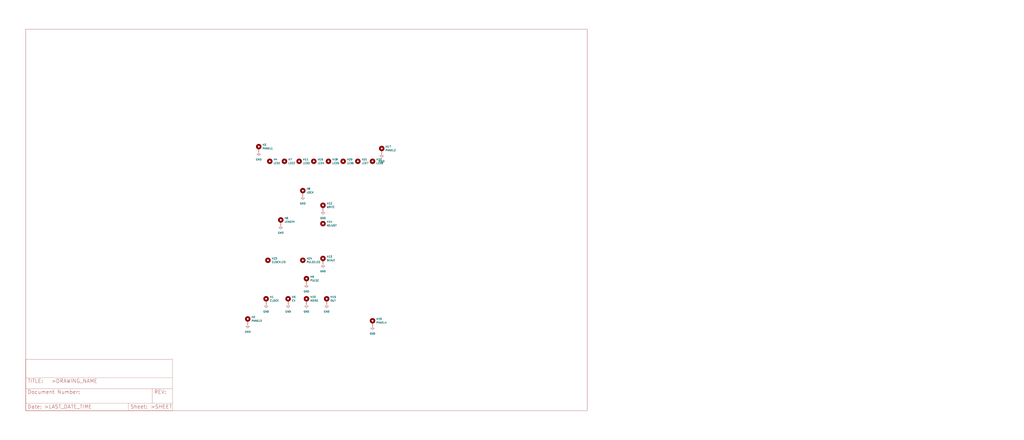
<source format=kicad_sch>
(kicad_sch (version 20211123) (generator eeschema)
  (paper "User" 708.66 304.8)
  (lib_symbols
    (symbol "Mechanical:MountingHole" (pin_names (offset 1.016))
      (property "Reference" "H" (at 0 5.08 0))
      (property "Value" "MountingHole" (at 0 3.175 0))
      (symbol "MountingHole_0_1"
        (circle (center 0 0) (radius 1.27) (stroke (width 1.27)))
      )
    )
    (symbol "Mechanical:MountingHole_Pad" (pin_numbers hide) (pin_names (offset 1.016) hide)
      (property "Reference" "H" (at 0 6.35 0))
      (property "Value" "MountingHole_Pad" (at 0 4.445 0))
      (symbol "MountingHole_Pad_0_1"
        (circle (center 0 1.27) (radius 1.27) (stroke (width 1.27)))
      )
      (symbol "MountingHole_Pad_1_1"
        (pin input line (at 0 -2.54 90) (length 2.54) (name "1") (number "1"))
      )
    )
    (symbol "TuringFront-eagle-import:DINA3_L"
      (symbol "DINA3_L_0_0"
        (polyline (pts (xy 0 0) (xy 388.62 0) (xy 388.62 264.16) (xy 0 264.16) (xy 0 0)))
      )
      (symbol "DINA3_L_2_0"
        (polyline (pts (xy 0 0) (xy 0 5.08)) (stroke (width 0.1016)))
        (polyline (pts (xy 0 0) (xy 71.12 0)) (stroke (width 0.1016)))
        (polyline (pts (xy 0 5.08) (xy 0 15.24)) (stroke (width 0.1016)))
        (polyline (pts (xy 0 5.08) (xy 71.12 5.08)) (stroke (width 0.1016)))
        (polyline (pts (xy 0 15.24) (xy 0 22.86)) (stroke (width 0.1016)))
        (polyline (pts (xy 0 22.86) (xy 0 35.56)) (stroke (width 0.1016)))
        (polyline (pts (xy 0 22.86) (xy 101.6 22.86)) (stroke (width 0.1016)))
        (polyline (pts (xy 71.12 0) (xy 101.6 0)) (stroke (width 0.1016)))
        (polyline (pts (xy 71.12 5.08) (xy 71.12 0)) (stroke (width 0.1016)))
        (polyline (pts (xy 71.12 5.08) (xy 87.63 5.08)) (stroke (width 0.1016)))
        (polyline (pts (xy 87.63 5.08) (xy 101.6 5.08)) (stroke (width 0.1016)))
        (polyline (pts (xy 87.63 15.24) (xy 0 15.24)) (stroke (width 0.1016)))
        (polyline (pts (xy 87.63 15.24) (xy 87.63 5.08)) (stroke (width 0.1016)))
        (polyline (pts (xy 101.6 5.08) (xy 101.6 0)) (stroke (width 0.1016)))
        (polyline (pts (xy 101.6 15.24) (xy 87.63 15.24)) (stroke (width 0.1016)))
        (polyline (pts (xy 101.6 15.24) (xy 101.6 5.08)) (stroke (width 0.1016)))
        (polyline (pts (xy 101.6 22.86) (xy 101.6 15.24)) (stroke (width 0.1016)))
        (polyline (pts (xy 101.6 35.56) (xy 0 35.56)) (stroke (width 0.1016)))
        (polyline (pts (xy 101.6 35.56) (xy 101.6 22.86)) (stroke (width 0.1016)))
        (text ">DRAWING_NAME" (at 17.78 19.05 0) (effects (font (size 2.54 2.54)) (justify left bottom)))
        (text ">LAST_DATE_TIME" (at 12.7 1.27 0) (effects (font (size 2.54 2.54)) (justify left bottom)))
        (text ">SHEET" (at 86.36 1.27 0) (effects (font (size 2.54 2.54)) (justify left bottom)))
        (text "Date:" (at 1.27 1.27 0) (effects (font (size 2.54 2.54)) (justify left bottom)))
        (text "Document Number:" (at 1.27 11.43 0) (effects (font (size 2.54 2.54)) (justify left bottom)))
        (text "REV:" (at 88.9 11.43 0) (effects (font (size 2.54 2.54)) (justify left bottom)))
        (text "Sheet:" (at 72.39 1.27 0) (effects (font (size 2.54 2.54)) (justify left bottom)))
        (text "TITLE:" (at 1.27 19.05 0) (effects (font (size 2.54 2.54)) (justify left bottom)))
      )
    )
    (symbol "power:GND" (power) (pin_names (offset 0))
      (property "Value" "GND" (at 0 -3.81 0))
      (symbol "GND_0_1"
        (polyline (pts (xy 0 0) (xy 0 -1.27) (xy 1.27 -1.27) (xy 0 -2.54) (xy -1.27 -1.27) (xy 0 -1.27)))
      )
      (symbol "GND_1_1"
        (pin power_in line (at 0 0 270) (length 0) hide (name "GND") (number "1"))
      )
    )
  )
  (symbol (lib_id "Mechanical:MountingHole") (at 217.17 111.76 0) (unit 1)
    (property "Reference" "H16" (at 219.71 110.4899 0) (effects (justify left)))
    (property "Value" "LED4" (at 219.71 113.0299 0) (effects (justify left)))
    (property "Footprint" "Kosmo_panel:Kosmo_LED_Hole" (effects hide))
  )
  (symbol (lib_id "power:GND") (at 257.81 226.06 0) (unit 1)
    (property "Reference" "#PWR0109" (effects hide))
    (property "Value" "GND" (at 257.81 231.14 0))
  )
  (symbol (lib_id "power:GND") (at 212.09 196.85 0) (unit 1)
    (property "Reference" "#PWR0107" (effects hide))
    (property "Value" "GND" (at 212.09 201.93 0))
  )
  (symbol (lib_id "Mechanical:MountingHole_Pad") (at 199.39 208.28 0) (unit 1)
    (property "Reference" "H5" (at 201.93 205.7399 0) (effects (justify left)))
    (property "Value" "CV" (at 201.93 208.2799 0) (effects (justify left)))
    (property "Footprint" "Kosmo_panel:Kosmo_Jack_Hole" (effects hide))
  )
  (symbol (lib_id "power:GND") (at 226.06 210.82 0) (unit 1)
    (property "Reference" "#PWR0112" (effects hide))
    (property "Value" "GND" (at 226.06 215.9 0))
  )
  (symbol (lib_id "Mechanical:MountingHole_Pad") (at 171.45 222.25 0) (unit 1)
    (property "Reference" "H2" (at 173.99 219.7099 0) (effects (justify left)))
    (property "Value" "PANEL3" (at 173.99 222.2499 0) (effects (justify left)))
    (property "Footprint" "Kosmo_panel:Kosmo_Panel_Mounting_Hole" (effects hide))
  )
  (symbol (lib_id "Mechanical:MountingHole_Pad") (at 223.52 143.51 0) (unit 1)
    (property "Reference" "H12" (at 226.06 140.9699 0) (effects (justify left)))
    (property "Value" "WRITE" (at 226.06 143.5099 0) (effects (justify left)))
    (property "Footprint" "Kosmo_panel:Kosmo_Switch_Hole" (effects hide))
  )
  (symbol (lib_id "power:GND") (at 223.52 146.05 0) (unit 1)
    (property "Reference" "#PWR0108" (effects hide))
    (property "Value" "GND" (at 223.52 151.13 0))
  )
  (symbol (lib_id "Mechanical:MountingHole") (at 185.42 180.34 0) (unit 1)
    (property "Reference" "H23" (at 187.96 179.0699 0) (effects (justify left)))
    (property "Value" "CLOCKLED" (at 187.96 181.6099 0) (effects (justify left)))
    (property "Footprint" "Kosmo_panel:Kosmo_LED_Hole" (effects hide))
  )
  (symbol (lib_id "Mechanical:MountingHole") (at 186.69 111.76 0) (unit 1)
    (property "Reference" "H4" (at 189.23 110.4899 0) (effects (justify left)))
    (property "Value" "LED1" (at 189.23 113.0299 0) (effects (justify left)))
    (property "Footprint" "Kosmo_panel:Kosmo_LED_Hole" (effects hide))
  )
  (symbol (lib_id "Mechanical:MountingHole") (at 237.49 111.76 0) (unit 1)
    (property "Reference" "H20" (at 240.03 110.4899 0) (effects (justify left)))
    (property "Value" "LED6" (at 240.03 113.0299 0) (effects (justify left)))
    (property "Footprint" "Kosmo_panel:Kosmo_LED_Hole" (effects hide))
  )
  (symbol (lib_id "Mechanical:MountingHole") (at 207.01 111.76 0) (unit 1)
    (property "Reference" "H11" (at 209.55 110.4899 0) (effects (justify left)))
    (property "Value" "LED3" (at 209.55 113.0299 0) (effects (justify left)))
    (property "Footprint" "Kosmo_panel:Kosmo_LED_Hole" (effects hide))
  )
  (symbol (lib_id "power:GND") (at 209.55 135.89 0) (unit 1)
    (property "Reference" "#PWR0113" (effects hide))
    (property "Value" "GND" (at 209.55 140.97 0))
  )
  (symbol (lib_id "Mechanical:MountingHole_Pad") (at 184.15 208.28 0) (unit 1)
    (property "Reference" "H1" (at 186.69 205.7399 0) (effects (justify left)))
    (property "Value" "CLOCK" (at 186.69 208.2799 0) (effects (justify left)))
    (property "Footprint" "Kosmo_panel:Kosmo_Jack_Hole" (effects hide))
  )
  (symbol (lib_id "power:GND") (at 199.39 210.82 0) (unit 1)
    (property "Reference" "#PWR0104" (effects hide))
    (property "Value" "GND" (at 199.39 215.9 0))
  )
  (symbol (lib_id "Mechanical:MountingHole") (at 196.85 111.76 0) (unit 1)
    (property "Reference" "H7" (at 199.39 110.4899 0) (effects (justify left)))
    (property "Value" "LED2" (at 199.39 113.0299 0) (effects (justify left)))
    (property "Footprint" "Kosmo_panel:Kosmo_LED_Hole" (effects hide))
  )
  (symbol (lib_id "Mechanical:MountingHole_Pad") (at 212.09 208.28 0) (unit 1)
    (property "Reference" "H10" (at 214.63 205.7399 0) (effects (justify left)))
    (property "Value" "NOISE" (at 214.63 208.2799 0) (effects (justify left)))
    (property "Footprint" "Kosmo_panel:Kosmo_Jack_Hole" (effects hide))
  )
  (symbol (lib_id "power:GND") (at 223.52 182.88 0) (unit 1)
    (property "Reference" "#PWR0105" (effects hide))
    (property "Value" "GND" (at 223.52 187.96 0))
  )
  (symbol (lib_id "Mechanical:MountingHole_Pad") (at 257.81 223.52 0) (unit 1)
    (property "Reference" "H19" (at 260.35 220.9799 0) (effects (justify left)))
    (property "Value" "PANEL4" (at 260.35 223.5199 0) (effects (justify left)))
    (property "Footprint" "Kosmo_panel:Kosmo_Panel_Mounting_Hole" (effects hide))
  )
  (symbol (lib_id "Mechanical:MountingHole") (at 223.52 154.94 0) (unit 1)
    (property "Reference" "H14" (at 226.06 153.6699 0) (effects (justify left)))
    (property "Value" "ADJUST" (at 226.06 156.2099 0) (effects (justify left)))
    (property "Footprint" "Kosmo_panel:Kosmo_Trimmer_Pot_Hole" (effects hide))
  )
  (symbol (lib_id "Mechanical:MountingHole") (at 209.55 180.34 0) (unit 1)
    (property "Reference" "H24" (at 212.09 179.0699 0) (effects (justify left)))
    (property "Value" "PULSELED" (at 212.09 181.61 0) (effects (justify left)))
    (property "Footprint" "Kosmo_panel:Kosmo_LED_Hole" (effects hide))
  )
  (symbol (lib_id "Mechanical:MountingHole_Pad") (at 194.31 153.67 0) (unit 1)
    (property "Reference" "H6" (at 196.85 151.1299 0) (effects (justify left)))
    (property "Value" "LENGTH" (at 196.85 153.6699 0) (effects (justify left)))
    (property "Footprint" "Kosmo_panel:Kosmo_Pot_Hole" (effects hide))
  )
  (symbol (lib_id "power:GND") (at 184.15 210.82 0) (unit 1)
    (property "Reference" "#PWR0103" (effects hide))
    (property "Value" "GND" (at 184.15 215.9 0))
  )
  (symbol (lib_id "Mechanical:MountingHole_Pad") (at 264.16 104.14 0) (unit 1)
    (property "Reference" "H17" (at 266.7 101.5999 0) (effects (justify left)))
    (property "Value" "PANEL2" (at 266.7 104.1399 0) (effects (justify left)))
    (property "Footprint" "Kosmo_panel:Kosmo_Panel_Mounting_Hole" (effects hide))
  )
  (symbol (lib_id "power:GND") (at 171.45 224.79 0) (unit 1)
    (property "Reference" "#PWR0110" (effects hide))
    (property "Value" "GND" (at 171.45 229.87 0))
  )
  (symbol (lib_id "Mechanical:MountingHole_Pad") (at 209.55 133.35 0) (unit 1)
    (property "Reference" "H8" (at 212.09 130.8099 0) (effects (justify left)))
    (property "Value" "LOCK" (at 212.09 133.3499 0) (effects (justify left)))
    (property "Footprint" "Kosmo_panel:Kosmo_Pot_Hole" (effects hide))
  )
  (symbol (lib_id "power:GND") (at 212.09 210.82 0) (unit 1)
    (property "Reference" "#PWR0111" (effects hide))
    (property "Value" "GND" (at 212.09 215.9 0))
  )
  (symbol (lib_id "TuringFront-eagle-import:DINA3_L") (at 17.78 284.48 0) (unit 2)
    (property "Reference" "#FRAME1" (effects hide))
    (property "Value" "DINA3_L" (effects hide))
    (property "Footprint" "TuringFront:" (effects hide))
  )
  (symbol (lib_id "Mechanical:MountingHole") (at 227.33 111.76 0) (unit 1)
    (property "Reference" "H18" (at 229.87 110.4899 0) (effects (justify left)))
    (property "Value" "LED5" (at 229.87 113.0299 0) (effects (justify left)))
    (property "Footprint" "Kosmo_panel:Kosmo_LED_Hole" (effects hide))
  )
  (symbol (lib_id "Mechanical:MountingHole_Pad") (at 179.07 102.87 0) (unit 1)
    (property "Reference" "H3" (at 181.61 100.3299 0) (effects (justify left)))
    (property "Value" "PANEL1" (at 181.61 102.8699 0) (effects (justify left)))
    (property "Footprint" "Kosmo_panel:Kosmo_Panel_Mounting_Hole" (effects hide))
  )
  (symbol (lib_id "power:GND") (at 194.31 156.21 0) (unit 1)
    (property "Reference" "#PWR0106" (effects hide))
    (property "Value" "GND" (at 194.31 161.29 0))
  )
  (symbol (lib_id "Mechanical:MountingHole_Pad") (at 223.52 180.34 0) (unit 1)
    (property "Reference" "H13" (at 226.06 177.7999 0) (effects (justify left)))
    (property "Value" "SCALE" (at 226.06 180.3399 0) (effects (justify left)))
    (property "Footprint" "Kosmo_panel:Kosmo_Pot_Hole" (effects hide))
  )
  (symbol (lib_id "Mechanical:MountingHole") (at 257.81 111.76 0) (unit 1)
    (property "Reference" "H22" (at 260.35 110.4899 0) (effects (justify left)))
    (property "Value" "LED8" (at 260.35 113.0299 0) (effects (justify left)))
    (property "Footprint" "Kosmo_panel:Kosmo_LED_Hole" (effects hide))
  )
  (symbol (lib_id "Mechanical:MountingHole_Pad") (at 226.06 208.28 0) (unit 1)
    (property "Reference" "H15" (at 228.6 205.7399 0) (effects (justify left)))
    (property "Value" "OUT" (at 228.6 208.2799 0) (effects (justify left)))
    (property "Footprint" "Kosmo_panel:Kosmo_Jack_Hole" (effects hide))
  )
  (symbol (lib_id "power:GND") (at 264.16 106.68 0) (unit 1)
    (property "Reference" "#PWR0102" (effects hide))
    (property "Value" "GND" (at 264.16 111.76 0))
  )
  (symbol (lib_id "Mechanical:MountingHole_Pad") (at 212.09 194.31 0) (unit 1)
    (property "Reference" "H9" (at 214.63 191.7699 0) (effects (justify left)))
    (property "Value" "PULSE" (at 214.63 194.3099 0) (effects (justify left)))
    (property "Footprint" "Kosmo_panel:Kosmo_Jack_Hole" (effects hide))
  )
  (symbol (lib_id "Mechanical:MountingHole") (at 247.65 111.76 0) (unit 1)
    (property "Reference" "H21" (at 250.19 110.4899 0) (effects (justify left)))
    (property "Value" "LED7" (at 250.19 113.0299 0) (effects (justify left)))
    (property "Footprint" "Kosmo_panel:Kosmo_LED_Hole" (effects hide))
  )
  (symbol (lib_id "power:GND") (at 179.07 105.41 0) (unit 1)
    (property "Reference" "#PWR0101" (effects hide))
    (property "Value" "GND" (at 179.07 110.49 0))
  )
)
</source>
